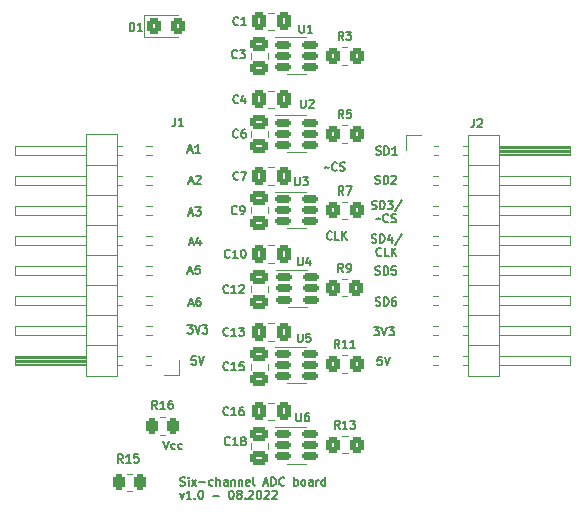
<source format=gto>
G04 #@! TF.GenerationSoftware,KiCad,Pcbnew,(6.0.6)*
G04 #@! TF.CreationDate,2022-08-29T16:00:50+02:00*
G04 #@! TF.ProjectId,adc-board-six-channels,6164632d-626f-4617-9264-2d7369782d63,rev?*
G04 #@! TF.SameCoordinates,Original*
G04 #@! TF.FileFunction,Legend,Top*
G04 #@! TF.FilePolarity,Positive*
%FSLAX46Y46*%
G04 Gerber Fmt 4.6, Leading zero omitted, Abs format (unit mm)*
G04 Created by KiCad (PCBNEW (6.0.6)) date 2022-08-29 16:00:50*
%MOMM*%
%LPD*%
G01*
G04 APERTURE LIST*
G04 Aperture macros list*
%AMRoundRect*
0 Rectangle with rounded corners*
0 $1 Rounding radius*
0 $2 $3 $4 $5 $6 $7 $8 $9 X,Y pos of 4 corners*
0 Add a 4 corners polygon primitive as box body*
4,1,4,$2,$3,$4,$5,$6,$7,$8,$9,$2,$3,0*
0 Add four circle primitives for the rounded corners*
1,1,$1+$1,$2,$3*
1,1,$1+$1,$4,$5*
1,1,$1+$1,$6,$7*
1,1,$1+$1,$8,$9*
0 Add four rect primitives between the rounded corners*
20,1,$1+$1,$2,$3,$4,$5,0*
20,1,$1+$1,$4,$5,$6,$7,0*
20,1,$1+$1,$6,$7,$8,$9,0*
20,1,$1+$1,$8,$9,$2,$3,0*%
G04 Aperture macros list end*
%ADD10C,0.175000*%
%ADD11C,0.150000*%
%ADD12C,0.120000*%
%ADD13RoundRect,0.250000X0.475000X-0.337500X0.475000X0.337500X-0.475000X0.337500X-0.475000X-0.337500X0*%
%ADD14RoundRect,0.250000X0.337500X0.475000X-0.337500X0.475000X-0.337500X-0.475000X0.337500X-0.475000X0*%
%ADD15RoundRect,0.250000X-0.325000X-0.450000X0.325000X-0.450000X0.325000X0.450000X-0.325000X0.450000X0*%
%ADD16RoundRect,0.250000X-0.350000X-0.450000X0.350000X-0.450000X0.350000X0.450000X-0.350000X0.450000X0*%
%ADD17R,1.700000X1.700000*%
%ADD18O,1.700000X1.700000*%
%ADD19RoundRect,0.150000X-0.512500X-0.150000X0.512500X-0.150000X0.512500X0.150000X-0.512500X0.150000X0*%
%ADD20RoundRect,0.250000X0.262500X0.450000X-0.262500X0.450000X-0.262500X-0.450000X0.262500X-0.450000X0*%
%ADD21C,3.200000*%
G04 APERTURE END LIST*
D10*
X84031200Y-31231666D02*
X84364533Y-31231666D01*
X83964533Y-31431666D02*
X84197866Y-30731666D01*
X84431200Y-31431666D01*
X84631200Y-30798333D02*
X84664533Y-30765000D01*
X84731200Y-30731666D01*
X84897866Y-30731666D01*
X84964533Y-30765000D01*
X84997866Y-30798333D01*
X85031200Y-30865000D01*
X85031200Y-30931666D01*
X84997866Y-31031666D01*
X84597866Y-31431666D01*
X85031200Y-31431666D01*
X95551733Y-30047400D02*
X95585066Y-30014066D01*
X95651733Y-29980733D01*
X95785066Y-30047400D01*
X95851733Y-30014066D01*
X95885066Y-29980733D01*
X96551733Y-30247400D02*
X96518400Y-30280733D01*
X96418400Y-30314066D01*
X96351733Y-30314066D01*
X96251733Y-30280733D01*
X96185066Y-30214066D01*
X96151733Y-30147400D01*
X96118400Y-30014066D01*
X96118400Y-29914066D01*
X96151733Y-29780733D01*
X96185066Y-29714066D01*
X96251733Y-29647400D01*
X96351733Y-29614066D01*
X96418400Y-29614066D01*
X96518400Y-29647400D01*
X96551733Y-29680733D01*
X96818400Y-30280733D02*
X96918400Y-30314066D01*
X97085066Y-30314066D01*
X97151733Y-30280733D01*
X97185066Y-30247400D01*
X97218400Y-30180733D01*
X97218400Y-30114066D01*
X97185066Y-30047400D01*
X97151733Y-30014066D01*
X97085066Y-29980733D01*
X96951733Y-29947400D01*
X96885066Y-29914066D01*
X96851733Y-29880733D01*
X96818400Y-29814066D01*
X96818400Y-29747400D01*
X96851733Y-29680733D01*
X96885066Y-29647400D01*
X96951733Y-29614066D01*
X97118400Y-29614066D01*
X97218400Y-29647400D01*
X99486400Y-36372033D02*
X99586400Y-36405366D01*
X99753066Y-36405366D01*
X99819733Y-36372033D01*
X99853066Y-36338700D01*
X99886400Y-36272033D01*
X99886400Y-36205366D01*
X99853066Y-36138700D01*
X99819733Y-36105366D01*
X99753066Y-36072033D01*
X99619733Y-36038700D01*
X99553066Y-36005366D01*
X99519733Y-35972033D01*
X99486400Y-35905366D01*
X99486400Y-35838700D01*
X99519733Y-35772033D01*
X99553066Y-35738700D01*
X99619733Y-35705366D01*
X99786400Y-35705366D01*
X99886400Y-35738700D01*
X100186400Y-36405366D02*
X100186400Y-35705366D01*
X100353066Y-35705366D01*
X100453066Y-35738700D01*
X100519733Y-35805366D01*
X100553066Y-35872033D01*
X100586400Y-36005366D01*
X100586400Y-36105366D01*
X100553066Y-36238700D01*
X100519733Y-36305366D01*
X100453066Y-36372033D01*
X100353066Y-36405366D01*
X100186400Y-36405366D01*
X101186400Y-35938700D02*
X101186400Y-36405366D01*
X101019733Y-35672033D02*
X100853066Y-36172033D01*
X101286400Y-36172033D01*
X102053066Y-35672033D02*
X101453066Y-36572033D01*
X100319733Y-37465700D02*
X100286400Y-37499033D01*
X100186400Y-37532366D01*
X100119733Y-37532366D01*
X100019733Y-37499033D01*
X99953066Y-37432366D01*
X99919733Y-37365700D01*
X99886400Y-37232366D01*
X99886400Y-37132366D01*
X99919733Y-36999033D01*
X99953066Y-36932366D01*
X100019733Y-36865700D01*
X100119733Y-36832366D01*
X100186400Y-36832366D01*
X100286400Y-36865700D01*
X100319733Y-36899033D01*
X100953066Y-37532366D02*
X100619733Y-37532366D01*
X100619733Y-36832366D01*
X101186400Y-37532366D02*
X101186400Y-36832366D01*
X101586400Y-37532366D02*
X101286400Y-37132366D01*
X101586400Y-36832366D02*
X101186400Y-37232366D01*
X84005800Y-33924066D02*
X84339133Y-33924066D01*
X83939133Y-34124066D02*
X84172466Y-33424066D01*
X84405800Y-34124066D01*
X84572466Y-33424066D02*
X85005800Y-33424066D01*
X84772466Y-33690733D01*
X84872466Y-33690733D01*
X84939133Y-33724066D01*
X84972466Y-33757400D01*
X85005800Y-33824066D01*
X85005800Y-33990733D01*
X84972466Y-34057400D01*
X84939133Y-34090733D01*
X84872466Y-34124066D01*
X84672466Y-34124066D01*
X84605800Y-34090733D01*
X84572466Y-34057400D01*
X81869066Y-53185266D02*
X82102400Y-53885266D01*
X82335733Y-53185266D01*
X82869066Y-53851933D02*
X82802400Y-53885266D01*
X82669066Y-53885266D01*
X82602400Y-53851933D01*
X82569066Y-53818600D01*
X82535733Y-53751933D01*
X82535733Y-53551933D01*
X82569066Y-53485266D01*
X82602400Y-53451933D01*
X82669066Y-53418600D01*
X82802400Y-53418600D01*
X82869066Y-53451933D01*
X83469066Y-53851933D02*
X83402400Y-53885266D01*
X83269066Y-53885266D01*
X83202400Y-53851933D01*
X83169066Y-53818600D01*
X83135733Y-53751933D01*
X83135733Y-53551933D01*
X83169066Y-53485266D01*
X83202400Y-53451933D01*
X83269066Y-53418600D01*
X83402400Y-53418600D01*
X83469066Y-53451933D01*
X84601066Y-46047866D02*
X84267733Y-46047866D01*
X84234400Y-46381200D01*
X84267733Y-46347866D01*
X84334400Y-46314533D01*
X84501066Y-46314533D01*
X84567733Y-46347866D01*
X84601066Y-46381200D01*
X84634400Y-46447866D01*
X84634400Y-46614533D01*
X84601066Y-46681200D01*
X84567733Y-46714533D01*
X84501066Y-46747866D01*
X84334400Y-46747866D01*
X84267733Y-46714533D01*
X84234400Y-46681200D01*
X84834400Y-46047866D02*
X85067733Y-46747866D01*
X85301066Y-46047866D01*
D11*
X83288833Y-56946033D02*
X83388833Y-56979366D01*
X83555500Y-56979366D01*
X83622166Y-56946033D01*
X83655500Y-56912700D01*
X83688833Y-56846033D01*
X83688833Y-56779366D01*
X83655500Y-56712700D01*
X83622166Y-56679366D01*
X83555500Y-56646033D01*
X83422166Y-56612700D01*
X83355500Y-56579366D01*
X83322166Y-56546033D01*
X83288833Y-56479366D01*
X83288833Y-56412700D01*
X83322166Y-56346033D01*
X83355500Y-56312700D01*
X83422166Y-56279366D01*
X83588833Y-56279366D01*
X83688833Y-56312700D01*
X83988833Y-56979366D02*
X83988833Y-56512700D01*
X83988833Y-56279366D02*
X83955500Y-56312700D01*
X83988833Y-56346033D01*
X84022166Y-56312700D01*
X83988833Y-56279366D01*
X83988833Y-56346033D01*
X84255500Y-56979366D02*
X84622166Y-56512700D01*
X84255500Y-56512700D02*
X84622166Y-56979366D01*
X84888833Y-56712700D02*
X85422166Y-56712700D01*
X86055500Y-56946033D02*
X85988833Y-56979366D01*
X85855500Y-56979366D01*
X85788833Y-56946033D01*
X85755500Y-56912700D01*
X85722166Y-56846033D01*
X85722166Y-56646033D01*
X85755500Y-56579366D01*
X85788833Y-56546033D01*
X85855500Y-56512700D01*
X85988833Y-56512700D01*
X86055500Y-56546033D01*
X86355500Y-56979366D02*
X86355500Y-56279366D01*
X86655500Y-56979366D02*
X86655500Y-56612700D01*
X86622166Y-56546033D01*
X86555500Y-56512700D01*
X86455500Y-56512700D01*
X86388833Y-56546033D01*
X86355500Y-56579366D01*
X87288833Y-56979366D02*
X87288833Y-56612700D01*
X87255500Y-56546033D01*
X87188833Y-56512700D01*
X87055500Y-56512700D01*
X86988833Y-56546033D01*
X87288833Y-56946033D02*
X87222166Y-56979366D01*
X87055500Y-56979366D01*
X86988833Y-56946033D01*
X86955500Y-56879366D01*
X86955500Y-56812700D01*
X86988833Y-56746033D01*
X87055500Y-56712700D01*
X87222166Y-56712700D01*
X87288833Y-56679366D01*
X87622166Y-56512700D02*
X87622166Y-56979366D01*
X87622166Y-56579366D02*
X87655500Y-56546033D01*
X87722166Y-56512700D01*
X87822166Y-56512700D01*
X87888833Y-56546033D01*
X87922166Y-56612700D01*
X87922166Y-56979366D01*
X88255500Y-56512700D02*
X88255500Y-56979366D01*
X88255500Y-56579366D02*
X88288833Y-56546033D01*
X88355500Y-56512700D01*
X88455500Y-56512700D01*
X88522166Y-56546033D01*
X88555500Y-56612700D01*
X88555500Y-56979366D01*
X89155500Y-56946033D02*
X89088833Y-56979366D01*
X88955500Y-56979366D01*
X88888833Y-56946033D01*
X88855500Y-56879366D01*
X88855500Y-56612700D01*
X88888833Y-56546033D01*
X88955500Y-56512700D01*
X89088833Y-56512700D01*
X89155500Y-56546033D01*
X89188833Y-56612700D01*
X89188833Y-56679366D01*
X88855500Y-56746033D01*
X89588833Y-56979366D02*
X89522166Y-56946033D01*
X89488833Y-56879366D01*
X89488833Y-56279366D01*
X90355500Y-56779366D02*
X90688833Y-56779366D01*
X90288833Y-56979366D02*
X90522166Y-56279366D01*
X90755500Y-56979366D01*
X90988833Y-56979366D02*
X90988833Y-56279366D01*
X91155500Y-56279366D01*
X91255500Y-56312700D01*
X91322166Y-56379366D01*
X91355500Y-56446033D01*
X91388833Y-56579366D01*
X91388833Y-56679366D01*
X91355500Y-56812700D01*
X91322166Y-56879366D01*
X91255500Y-56946033D01*
X91155500Y-56979366D01*
X90988833Y-56979366D01*
X92088833Y-56912700D02*
X92055500Y-56946033D01*
X91955500Y-56979366D01*
X91888833Y-56979366D01*
X91788833Y-56946033D01*
X91722166Y-56879366D01*
X91688833Y-56812700D01*
X91655500Y-56679366D01*
X91655500Y-56579366D01*
X91688833Y-56446033D01*
X91722166Y-56379366D01*
X91788833Y-56312700D01*
X91888833Y-56279366D01*
X91955500Y-56279366D01*
X92055500Y-56312700D01*
X92088833Y-56346033D01*
X92922166Y-56979366D02*
X92922166Y-56279366D01*
X92922166Y-56546033D02*
X92988833Y-56512700D01*
X93122166Y-56512700D01*
X93188833Y-56546033D01*
X93222166Y-56579366D01*
X93255500Y-56646033D01*
X93255500Y-56846033D01*
X93222166Y-56912700D01*
X93188833Y-56946033D01*
X93122166Y-56979366D01*
X92988833Y-56979366D01*
X92922166Y-56946033D01*
X93655500Y-56979366D02*
X93588833Y-56946033D01*
X93555500Y-56912700D01*
X93522166Y-56846033D01*
X93522166Y-56646033D01*
X93555500Y-56579366D01*
X93588833Y-56546033D01*
X93655500Y-56512700D01*
X93755500Y-56512700D01*
X93822166Y-56546033D01*
X93855500Y-56579366D01*
X93888833Y-56646033D01*
X93888833Y-56846033D01*
X93855500Y-56912700D01*
X93822166Y-56946033D01*
X93755500Y-56979366D01*
X93655500Y-56979366D01*
X94488833Y-56979366D02*
X94488833Y-56612700D01*
X94455500Y-56546033D01*
X94388833Y-56512700D01*
X94255500Y-56512700D01*
X94188833Y-56546033D01*
X94488833Y-56946033D02*
X94422166Y-56979366D01*
X94255500Y-56979366D01*
X94188833Y-56946033D01*
X94155500Y-56879366D01*
X94155500Y-56812700D01*
X94188833Y-56746033D01*
X94255500Y-56712700D01*
X94422166Y-56712700D01*
X94488833Y-56679366D01*
X94822166Y-56979366D02*
X94822166Y-56512700D01*
X94822166Y-56646033D02*
X94855500Y-56579366D01*
X94888833Y-56546033D01*
X94955500Y-56512700D01*
X95022166Y-56512700D01*
X95555500Y-56979366D02*
X95555500Y-56279366D01*
X95555500Y-56946033D02*
X95488833Y-56979366D01*
X95355500Y-56979366D01*
X95288833Y-56946033D01*
X95255500Y-56912700D01*
X95222166Y-56846033D01*
X95222166Y-56646033D01*
X95255500Y-56579366D01*
X95288833Y-56546033D01*
X95355500Y-56512700D01*
X95488833Y-56512700D01*
X95555500Y-56546033D01*
X83255500Y-57639700D02*
X83422166Y-58106366D01*
X83588833Y-57639700D01*
X84222166Y-58106366D02*
X83822166Y-58106366D01*
X84022166Y-58106366D02*
X84022166Y-57406366D01*
X83955500Y-57506366D01*
X83888833Y-57573033D01*
X83822166Y-57606366D01*
X84522166Y-58039700D02*
X84555500Y-58073033D01*
X84522166Y-58106366D01*
X84488833Y-58073033D01*
X84522166Y-58039700D01*
X84522166Y-58106366D01*
X84988833Y-57406366D02*
X85055500Y-57406366D01*
X85122166Y-57439700D01*
X85155500Y-57473033D01*
X85188833Y-57539700D01*
X85222166Y-57673033D01*
X85222166Y-57839700D01*
X85188833Y-57973033D01*
X85155500Y-58039700D01*
X85122166Y-58073033D01*
X85055500Y-58106366D01*
X84988833Y-58106366D01*
X84922166Y-58073033D01*
X84888833Y-58039700D01*
X84855500Y-57973033D01*
X84822166Y-57839700D01*
X84822166Y-57673033D01*
X84855500Y-57539700D01*
X84888833Y-57473033D01*
X84922166Y-57439700D01*
X84988833Y-57406366D01*
X86055500Y-57839700D02*
X86588833Y-57839700D01*
X87588833Y-57406366D02*
X87655500Y-57406366D01*
X87722166Y-57439700D01*
X87755500Y-57473033D01*
X87788833Y-57539700D01*
X87822166Y-57673033D01*
X87822166Y-57839700D01*
X87788833Y-57973033D01*
X87755500Y-58039700D01*
X87722166Y-58073033D01*
X87655500Y-58106366D01*
X87588833Y-58106366D01*
X87522166Y-58073033D01*
X87488833Y-58039700D01*
X87455500Y-57973033D01*
X87422166Y-57839700D01*
X87422166Y-57673033D01*
X87455500Y-57539700D01*
X87488833Y-57473033D01*
X87522166Y-57439700D01*
X87588833Y-57406366D01*
X88222166Y-57706366D02*
X88155500Y-57673033D01*
X88122166Y-57639700D01*
X88088833Y-57573033D01*
X88088833Y-57539700D01*
X88122166Y-57473033D01*
X88155500Y-57439700D01*
X88222166Y-57406366D01*
X88355500Y-57406366D01*
X88422166Y-57439700D01*
X88455500Y-57473033D01*
X88488833Y-57539700D01*
X88488833Y-57573033D01*
X88455500Y-57639700D01*
X88422166Y-57673033D01*
X88355500Y-57706366D01*
X88222166Y-57706366D01*
X88155500Y-57739700D01*
X88122166Y-57773033D01*
X88088833Y-57839700D01*
X88088833Y-57973033D01*
X88122166Y-58039700D01*
X88155500Y-58073033D01*
X88222166Y-58106366D01*
X88355500Y-58106366D01*
X88422166Y-58073033D01*
X88455500Y-58039700D01*
X88488833Y-57973033D01*
X88488833Y-57839700D01*
X88455500Y-57773033D01*
X88422166Y-57739700D01*
X88355500Y-57706366D01*
X88788833Y-58039700D02*
X88822166Y-58073033D01*
X88788833Y-58106366D01*
X88755500Y-58073033D01*
X88788833Y-58039700D01*
X88788833Y-58106366D01*
X89088833Y-57473033D02*
X89122166Y-57439700D01*
X89188833Y-57406366D01*
X89355500Y-57406366D01*
X89422166Y-57439700D01*
X89455500Y-57473033D01*
X89488833Y-57539700D01*
X89488833Y-57606366D01*
X89455500Y-57706366D01*
X89055500Y-58106366D01*
X89488833Y-58106366D01*
X89922166Y-57406366D02*
X89988833Y-57406366D01*
X90055500Y-57439700D01*
X90088833Y-57473033D01*
X90122166Y-57539700D01*
X90155500Y-57673033D01*
X90155500Y-57839700D01*
X90122166Y-57973033D01*
X90088833Y-58039700D01*
X90055500Y-58073033D01*
X89988833Y-58106366D01*
X89922166Y-58106366D01*
X89855500Y-58073033D01*
X89822166Y-58039700D01*
X89788833Y-57973033D01*
X89755500Y-57839700D01*
X89755500Y-57673033D01*
X89788833Y-57539700D01*
X89822166Y-57473033D01*
X89855500Y-57439700D01*
X89922166Y-57406366D01*
X90422166Y-57473033D02*
X90455500Y-57439700D01*
X90522166Y-57406366D01*
X90688833Y-57406366D01*
X90755500Y-57439700D01*
X90788833Y-57473033D01*
X90822166Y-57539700D01*
X90822166Y-57606366D01*
X90788833Y-57706366D01*
X90388833Y-58106366D01*
X90822166Y-58106366D01*
X91088833Y-57473033D02*
X91122166Y-57439700D01*
X91188833Y-57406366D01*
X91355500Y-57406366D01*
X91422166Y-57439700D01*
X91455500Y-57473033D01*
X91488833Y-57539700D01*
X91488833Y-57606366D01*
X91455500Y-57706366D01*
X91055500Y-58106366D01*
X91488833Y-58106366D01*
D10*
X83955000Y-38851666D02*
X84288333Y-38851666D01*
X83888333Y-39051666D02*
X84121666Y-38351666D01*
X84355000Y-39051666D01*
X84921666Y-38351666D02*
X84588333Y-38351666D01*
X84555000Y-38685000D01*
X84588333Y-38651666D01*
X84655000Y-38618333D01*
X84821666Y-38618333D01*
X84888333Y-38651666D01*
X84921666Y-38685000D01*
X84955000Y-38751666D01*
X84955000Y-38918333D01*
X84921666Y-38985000D01*
X84888333Y-39018333D01*
X84821666Y-39051666D01*
X84655000Y-39051666D01*
X84588333Y-39018333D01*
X84555000Y-38985000D01*
X83955000Y-28590066D02*
X84288333Y-28590066D01*
X83888333Y-28790066D02*
X84121666Y-28090066D01*
X84355000Y-28790066D01*
X84955000Y-28790066D02*
X84555000Y-28790066D01*
X84755000Y-28790066D02*
X84755000Y-28090066D01*
X84688333Y-28190066D01*
X84621666Y-28256733D01*
X84555000Y-28290066D01*
X96128733Y-36089400D02*
X96095400Y-36122733D01*
X95995400Y-36156066D01*
X95928733Y-36156066D01*
X95828733Y-36122733D01*
X95762066Y-36056066D01*
X95728733Y-35989400D01*
X95695400Y-35856066D01*
X95695400Y-35756066D01*
X95728733Y-35622733D01*
X95762066Y-35556066D01*
X95828733Y-35489400D01*
X95928733Y-35456066D01*
X95995400Y-35456066D01*
X96095400Y-35489400D01*
X96128733Y-35522733D01*
X96762066Y-36156066D02*
X96428733Y-36156066D01*
X96428733Y-35456066D01*
X96995400Y-36156066D02*
X96995400Y-35456066D01*
X97395400Y-36156066D02*
X97095400Y-35756066D01*
X97395400Y-35456066D02*
X96995400Y-35856066D01*
X84031200Y-41569466D02*
X84364533Y-41569466D01*
X83964533Y-41769466D02*
X84197866Y-41069466D01*
X84431200Y-41769466D01*
X84964533Y-41069466D02*
X84831200Y-41069466D01*
X84764533Y-41102800D01*
X84731200Y-41136133D01*
X84664533Y-41236133D01*
X84631200Y-41369466D01*
X84631200Y-41636133D01*
X84664533Y-41702800D01*
X84697866Y-41736133D01*
X84764533Y-41769466D01*
X84897866Y-41769466D01*
X84964533Y-41736133D01*
X84997866Y-41702800D01*
X85031200Y-41636133D01*
X85031200Y-41469466D01*
X84997866Y-41402800D01*
X84964533Y-41369466D01*
X84897866Y-41336133D01*
X84764533Y-41336133D01*
X84697866Y-41369466D01*
X84664533Y-41402800D01*
X84631200Y-41469466D01*
X83893133Y-43406266D02*
X84326466Y-43406266D01*
X84093133Y-43672933D01*
X84193133Y-43672933D01*
X84259800Y-43706266D01*
X84293133Y-43739600D01*
X84326466Y-43806266D01*
X84326466Y-43972933D01*
X84293133Y-44039600D01*
X84259800Y-44072933D01*
X84193133Y-44106266D01*
X83993133Y-44106266D01*
X83926466Y-44072933D01*
X83893133Y-44039600D01*
X84526466Y-43406266D02*
X84759800Y-44106266D01*
X84993133Y-43406266D01*
X85159800Y-43406266D02*
X85593133Y-43406266D01*
X85359800Y-43672933D01*
X85459800Y-43672933D01*
X85526466Y-43706266D01*
X85559800Y-43739600D01*
X85593133Y-43806266D01*
X85593133Y-43972933D01*
X85559800Y-44039600D01*
X85526466Y-44072933D01*
X85459800Y-44106266D01*
X85259800Y-44106266D01*
X85193133Y-44072933D01*
X85159800Y-44039600D01*
X99878466Y-28934533D02*
X99978466Y-28967866D01*
X100145133Y-28967866D01*
X100211800Y-28934533D01*
X100245133Y-28901200D01*
X100278466Y-28834533D01*
X100278466Y-28767866D01*
X100245133Y-28701200D01*
X100211800Y-28667866D01*
X100145133Y-28634533D01*
X100011800Y-28601200D01*
X99945133Y-28567866D01*
X99911800Y-28534533D01*
X99878466Y-28467866D01*
X99878466Y-28401200D01*
X99911800Y-28334533D01*
X99945133Y-28301200D01*
X100011800Y-28267866D01*
X100178466Y-28267866D01*
X100278466Y-28301200D01*
X100578466Y-28967866D02*
X100578466Y-28267866D01*
X100745133Y-28267866D01*
X100845133Y-28301200D01*
X100911800Y-28367866D01*
X100945133Y-28434533D01*
X100978466Y-28567866D01*
X100978466Y-28667866D01*
X100945133Y-28801200D01*
X100911800Y-28867866D01*
X100845133Y-28934533D01*
X100745133Y-28967866D01*
X100578466Y-28967866D01*
X101645133Y-28967866D02*
X101245133Y-28967866D01*
X101445133Y-28967866D02*
X101445133Y-28267866D01*
X101378466Y-28367866D01*
X101311800Y-28434533D01*
X101245133Y-28467866D01*
X99802266Y-31398333D02*
X99902266Y-31431666D01*
X100068933Y-31431666D01*
X100135600Y-31398333D01*
X100168933Y-31365000D01*
X100202266Y-31298333D01*
X100202266Y-31231666D01*
X100168933Y-31165000D01*
X100135600Y-31131666D01*
X100068933Y-31098333D01*
X99935600Y-31065000D01*
X99868933Y-31031666D01*
X99835600Y-30998333D01*
X99802266Y-30931666D01*
X99802266Y-30865000D01*
X99835600Y-30798333D01*
X99868933Y-30765000D01*
X99935600Y-30731666D01*
X100102266Y-30731666D01*
X100202266Y-30765000D01*
X100502266Y-31431666D02*
X100502266Y-30731666D01*
X100668933Y-30731666D01*
X100768933Y-30765000D01*
X100835600Y-30831666D01*
X100868933Y-30898333D01*
X100902266Y-31031666D01*
X100902266Y-31131666D01*
X100868933Y-31265000D01*
X100835600Y-31331666D01*
X100768933Y-31398333D01*
X100668933Y-31431666D01*
X100502266Y-31431666D01*
X101168933Y-30798333D02*
X101202266Y-30765000D01*
X101268933Y-30731666D01*
X101435600Y-30731666D01*
X101502266Y-30765000D01*
X101535600Y-30798333D01*
X101568933Y-30865000D01*
X101568933Y-30931666D01*
X101535600Y-31031666D01*
X101135600Y-31431666D01*
X101568933Y-31431666D01*
X99511800Y-33527233D02*
X99611800Y-33560566D01*
X99778466Y-33560566D01*
X99845133Y-33527233D01*
X99878466Y-33493900D01*
X99911800Y-33427233D01*
X99911800Y-33360566D01*
X99878466Y-33293900D01*
X99845133Y-33260566D01*
X99778466Y-33227233D01*
X99645133Y-33193900D01*
X99578466Y-33160566D01*
X99545133Y-33127233D01*
X99511800Y-33060566D01*
X99511800Y-32993900D01*
X99545133Y-32927233D01*
X99578466Y-32893900D01*
X99645133Y-32860566D01*
X99811800Y-32860566D01*
X99911800Y-32893900D01*
X100211800Y-33560566D02*
X100211800Y-32860566D01*
X100378466Y-32860566D01*
X100478466Y-32893900D01*
X100545133Y-32960566D01*
X100578466Y-33027233D01*
X100611800Y-33160566D01*
X100611800Y-33260566D01*
X100578466Y-33393900D01*
X100545133Y-33460566D01*
X100478466Y-33527233D01*
X100378466Y-33560566D01*
X100211800Y-33560566D01*
X100845133Y-32860566D02*
X101278466Y-32860566D01*
X101045133Y-33127233D01*
X101145133Y-33127233D01*
X101211800Y-33160566D01*
X101245133Y-33193900D01*
X101278466Y-33260566D01*
X101278466Y-33427233D01*
X101245133Y-33493900D01*
X101211800Y-33527233D01*
X101145133Y-33560566D01*
X100945133Y-33560566D01*
X100878466Y-33527233D01*
X100845133Y-33493900D01*
X102078466Y-32827233D02*
X101478466Y-33727233D01*
X99895133Y-34420900D02*
X99928466Y-34387566D01*
X99995133Y-34354233D01*
X100128466Y-34420900D01*
X100195133Y-34387566D01*
X100228466Y-34354233D01*
X100895133Y-34620900D02*
X100861800Y-34654233D01*
X100761800Y-34687566D01*
X100695133Y-34687566D01*
X100595133Y-34654233D01*
X100528466Y-34587566D01*
X100495133Y-34520900D01*
X100461800Y-34387566D01*
X100461800Y-34287566D01*
X100495133Y-34154233D01*
X100528466Y-34087566D01*
X100595133Y-34020900D01*
X100695133Y-33987566D01*
X100761800Y-33987566D01*
X100861800Y-34020900D01*
X100895133Y-34054233D01*
X101161800Y-34654233D02*
X101261800Y-34687566D01*
X101428466Y-34687566D01*
X101495133Y-34654233D01*
X101528466Y-34620900D01*
X101561800Y-34554233D01*
X101561800Y-34487566D01*
X101528466Y-34420900D01*
X101495133Y-34387566D01*
X101428466Y-34354233D01*
X101295133Y-34320900D01*
X101228466Y-34287566D01*
X101195133Y-34254233D01*
X101161800Y-34187566D01*
X101161800Y-34120900D01*
X101195133Y-34054233D01*
X101228466Y-34020900D01*
X101295133Y-33987566D01*
X101461800Y-33987566D01*
X101561800Y-34020900D01*
X100349066Y-46073266D02*
X100015733Y-46073266D01*
X99982400Y-46406600D01*
X100015733Y-46373266D01*
X100082400Y-46339933D01*
X100249066Y-46339933D01*
X100315733Y-46373266D01*
X100349066Y-46406600D01*
X100382400Y-46473266D01*
X100382400Y-46639933D01*
X100349066Y-46706600D01*
X100315733Y-46739933D01*
X100249066Y-46773266D01*
X100082400Y-46773266D01*
X100015733Y-46739933D01*
X99982400Y-46706600D01*
X100582400Y-46073266D02*
X100815733Y-46773266D01*
X101049066Y-46073266D01*
X99691933Y-43558666D02*
X100125266Y-43558666D01*
X99891933Y-43825333D01*
X99991933Y-43825333D01*
X100058600Y-43858666D01*
X100091933Y-43892000D01*
X100125266Y-43958666D01*
X100125266Y-44125333D01*
X100091933Y-44192000D01*
X100058600Y-44225333D01*
X99991933Y-44258666D01*
X99791933Y-44258666D01*
X99725266Y-44225333D01*
X99691933Y-44192000D01*
X100325266Y-43558666D02*
X100558600Y-44258666D01*
X100791933Y-43558666D01*
X100958600Y-43558666D02*
X101391933Y-43558666D01*
X101158600Y-43825333D01*
X101258600Y-43825333D01*
X101325266Y-43858666D01*
X101358600Y-43892000D01*
X101391933Y-43958666D01*
X101391933Y-44125333D01*
X101358600Y-44192000D01*
X101325266Y-44225333D01*
X101258600Y-44258666D01*
X101058600Y-44258666D01*
X100991933Y-44225333D01*
X100958600Y-44192000D01*
X99802266Y-39094533D02*
X99902266Y-39127866D01*
X100068933Y-39127866D01*
X100135600Y-39094533D01*
X100168933Y-39061200D01*
X100202266Y-38994533D01*
X100202266Y-38927866D01*
X100168933Y-38861200D01*
X100135600Y-38827866D01*
X100068933Y-38794533D01*
X99935600Y-38761200D01*
X99868933Y-38727866D01*
X99835600Y-38694533D01*
X99802266Y-38627866D01*
X99802266Y-38561200D01*
X99835600Y-38494533D01*
X99868933Y-38461200D01*
X99935600Y-38427866D01*
X100102266Y-38427866D01*
X100202266Y-38461200D01*
X100502266Y-39127866D02*
X100502266Y-38427866D01*
X100668933Y-38427866D01*
X100768933Y-38461200D01*
X100835600Y-38527866D01*
X100868933Y-38594533D01*
X100902266Y-38727866D01*
X100902266Y-38827866D01*
X100868933Y-38961200D01*
X100835600Y-39027866D01*
X100768933Y-39094533D01*
X100668933Y-39127866D01*
X100502266Y-39127866D01*
X101535600Y-38427866D02*
X101202266Y-38427866D01*
X101168933Y-38761200D01*
X101202266Y-38727866D01*
X101268933Y-38694533D01*
X101435600Y-38694533D01*
X101502266Y-38727866D01*
X101535600Y-38761200D01*
X101568933Y-38827866D01*
X101568933Y-38994533D01*
X101535600Y-39061200D01*
X101502266Y-39094533D01*
X101435600Y-39127866D01*
X101268933Y-39127866D01*
X101202266Y-39094533D01*
X101168933Y-39061200D01*
X84056600Y-36438666D02*
X84389933Y-36438666D01*
X83989933Y-36638666D02*
X84223266Y-35938666D01*
X84456600Y-36638666D01*
X84989933Y-36172000D02*
X84989933Y-36638666D01*
X84823266Y-35905333D02*
X84656600Y-36405333D01*
X85089933Y-36405333D01*
X99827666Y-41710733D02*
X99927666Y-41744066D01*
X100094333Y-41744066D01*
X100161000Y-41710733D01*
X100194333Y-41677400D01*
X100227666Y-41610733D01*
X100227666Y-41544066D01*
X100194333Y-41477400D01*
X100161000Y-41444066D01*
X100094333Y-41410733D01*
X99961000Y-41377400D01*
X99894333Y-41344066D01*
X99861000Y-41310733D01*
X99827666Y-41244066D01*
X99827666Y-41177400D01*
X99861000Y-41110733D01*
X99894333Y-41077400D01*
X99961000Y-41044066D01*
X100127666Y-41044066D01*
X100227666Y-41077400D01*
X100527666Y-41744066D02*
X100527666Y-41044066D01*
X100694333Y-41044066D01*
X100794333Y-41077400D01*
X100861000Y-41144066D01*
X100894333Y-41210733D01*
X100927666Y-41344066D01*
X100927666Y-41444066D01*
X100894333Y-41577400D01*
X100861000Y-41644066D01*
X100794333Y-41710733D01*
X100694333Y-41744066D01*
X100527666Y-41744066D01*
X101527666Y-41044066D02*
X101394333Y-41044066D01*
X101327666Y-41077400D01*
X101294333Y-41110733D01*
X101227666Y-41210733D01*
X101194333Y-41344066D01*
X101194333Y-41610733D01*
X101227666Y-41677400D01*
X101261000Y-41710733D01*
X101327666Y-41744066D01*
X101461000Y-41744066D01*
X101527666Y-41710733D01*
X101561000Y-41677400D01*
X101594333Y-41610733D01*
X101594333Y-41444066D01*
X101561000Y-41377400D01*
X101527666Y-41344066D01*
X101461000Y-41310733D01*
X101327666Y-41310733D01*
X101261000Y-41344066D01*
X101227666Y-41377400D01*
X101194333Y-41444066D01*
D11*
X87355950Y-47153400D02*
X87322616Y-47186733D01*
X87222616Y-47220066D01*
X87155950Y-47220066D01*
X87055950Y-47186733D01*
X86989283Y-47120066D01*
X86955950Y-47053400D01*
X86922616Y-46920066D01*
X86922616Y-46820066D01*
X86955950Y-46686733D01*
X86989283Y-46620066D01*
X87055950Y-46553400D01*
X87155950Y-46520066D01*
X87222616Y-46520066D01*
X87322616Y-46553400D01*
X87355950Y-46586733D01*
X88022616Y-47220066D02*
X87622616Y-47220066D01*
X87822616Y-47220066D02*
X87822616Y-46520066D01*
X87755950Y-46620066D01*
X87689283Y-46686733D01*
X87622616Y-46720066D01*
X88655950Y-46520066D02*
X88322616Y-46520066D01*
X88289283Y-46853400D01*
X88322616Y-46820066D01*
X88389283Y-46786733D01*
X88555950Y-46786733D01*
X88622616Y-46820066D01*
X88655950Y-46853400D01*
X88689283Y-46920066D01*
X88689283Y-47086733D01*
X88655950Y-47153400D01*
X88622616Y-47186733D01*
X88555950Y-47220066D01*
X88389283Y-47220066D01*
X88322616Y-47186733D01*
X88289283Y-47153400D01*
X88197283Y-31024400D02*
X88163950Y-31057733D01*
X88063950Y-31091066D01*
X87997283Y-31091066D01*
X87897283Y-31057733D01*
X87830616Y-30991066D01*
X87797283Y-30924400D01*
X87763950Y-30791066D01*
X87763950Y-30691066D01*
X87797283Y-30557733D01*
X87830616Y-30491066D01*
X87897283Y-30424400D01*
X87997283Y-30391066D01*
X88063950Y-30391066D01*
X88163950Y-30424400D01*
X88197283Y-30457733D01*
X88430616Y-30391066D02*
X88897283Y-30391066D01*
X88597283Y-31091066D01*
X79006983Y-18492666D02*
X79006983Y-17792666D01*
X79173650Y-17792666D01*
X79273650Y-17826000D01*
X79340316Y-17892666D01*
X79373650Y-17959333D01*
X79406983Y-18092666D01*
X79406983Y-18192666D01*
X79373650Y-18326000D01*
X79340316Y-18392666D01*
X79273650Y-18459333D01*
X79173650Y-18492666D01*
X79006983Y-18492666D01*
X80073650Y-18492666D02*
X79673650Y-18492666D01*
X79873650Y-18492666D02*
X79873650Y-17792666D01*
X79806983Y-17892666D01*
X79740316Y-17959333D01*
X79673650Y-17992666D01*
X87482950Y-37628400D02*
X87449616Y-37661733D01*
X87349616Y-37695066D01*
X87282950Y-37695066D01*
X87182950Y-37661733D01*
X87116283Y-37595066D01*
X87082950Y-37528400D01*
X87049616Y-37395066D01*
X87049616Y-37295066D01*
X87082950Y-37161733D01*
X87116283Y-37095066D01*
X87182950Y-37028400D01*
X87282950Y-36995066D01*
X87349616Y-36995066D01*
X87449616Y-37028400D01*
X87482950Y-37061733D01*
X88149616Y-37695066D02*
X87749616Y-37695066D01*
X87949616Y-37695066D02*
X87949616Y-36995066D01*
X87882950Y-37095066D01*
X87816283Y-37161733D01*
X87749616Y-37195066D01*
X88582950Y-36995066D02*
X88649616Y-36995066D01*
X88716283Y-37028400D01*
X88749616Y-37061733D01*
X88782950Y-37128400D01*
X88816283Y-37261733D01*
X88816283Y-37428400D01*
X88782950Y-37561733D01*
X88749616Y-37628400D01*
X88716283Y-37661733D01*
X88649616Y-37695066D01*
X88582950Y-37695066D01*
X88516283Y-37661733D01*
X88482950Y-37628400D01*
X88449616Y-37561733D01*
X88416283Y-37428400D01*
X88416283Y-37261733D01*
X88449616Y-37128400D01*
X88482950Y-37061733D01*
X88516283Y-37028400D01*
X88582950Y-36995066D01*
X96772950Y-52173666D02*
X96539616Y-51840333D01*
X96372950Y-52173666D02*
X96372950Y-51473666D01*
X96639616Y-51473666D01*
X96706283Y-51507000D01*
X96739616Y-51540333D01*
X96772950Y-51607000D01*
X96772950Y-51707000D01*
X96739616Y-51773666D01*
X96706283Y-51807000D01*
X96639616Y-51840333D01*
X96372950Y-51840333D01*
X97439616Y-52173666D02*
X97039616Y-52173666D01*
X97239616Y-52173666D02*
X97239616Y-51473666D01*
X97172950Y-51573666D01*
X97106283Y-51640333D01*
X97039616Y-51673666D01*
X97672950Y-51473666D02*
X98106283Y-51473666D01*
X97872950Y-51740333D01*
X97972950Y-51740333D01*
X98039616Y-51773666D01*
X98072950Y-51807000D01*
X98106283Y-51873666D01*
X98106283Y-52040333D01*
X98072950Y-52107000D01*
X98039616Y-52140333D01*
X97972950Y-52173666D01*
X97772950Y-52173666D01*
X97706283Y-52140333D01*
X97672950Y-52107000D01*
X82850066Y-25829466D02*
X82850066Y-26329466D01*
X82816733Y-26429466D01*
X82750066Y-26496133D01*
X82650066Y-26529466D01*
X82583400Y-26529466D01*
X83550066Y-26529466D02*
X83150066Y-26529466D01*
X83350066Y-26529466D02*
X83350066Y-25829466D01*
X83283400Y-25929466D01*
X83216733Y-25996133D01*
X83150066Y-26029466D01*
X96765950Y-45352166D02*
X96532616Y-45018833D01*
X96365950Y-45352166D02*
X96365950Y-44652166D01*
X96632616Y-44652166D01*
X96699283Y-44685500D01*
X96732616Y-44718833D01*
X96765950Y-44785500D01*
X96765950Y-44885500D01*
X96732616Y-44952166D01*
X96699283Y-44985500D01*
X96632616Y-45018833D01*
X96365950Y-45018833D01*
X97432616Y-45352166D02*
X97032616Y-45352166D01*
X97232616Y-45352166D02*
X97232616Y-44652166D01*
X97165950Y-44752166D01*
X97099283Y-44818833D01*
X97032616Y-44852166D01*
X98099283Y-45352166D02*
X97699283Y-45352166D01*
X97899283Y-45352166D02*
X97899283Y-44652166D01*
X97832616Y-44752166D01*
X97765950Y-44818833D01*
X97699283Y-44852166D01*
X93368616Y-17945066D02*
X93368616Y-18511733D01*
X93401950Y-18578400D01*
X93435283Y-18611733D01*
X93501950Y-18645066D01*
X93635283Y-18645066D01*
X93701950Y-18611733D01*
X93735283Y-18578400D01*
X93768616Y-18511733D01*
X93768616Y-17945066D01*
X94468616Y-18645066D02*
X94068616Y-18645066D01*
X94268616Y-18645066D02*
X94268616Y-17945066D01*
X94201950Y-18045066D01*
X94135283Y-18111733D01*
X94068616Y-18145066D01*
X93114616Y-50838066D02*
X93114616Y-51404733D01*
X93147950Y-51471400D01*
X93181283Y-51504733D01*
X93247950Y-51538066D01*
X93381283Y-51538066D01*
X93447950Y-51504733D01*
X93481283Y-51471400D01*
X93514616Y-51404733D01*
X93514616Y-50838066D01*
X94147950Y-50838066D02*
X94014616Y-50838066D01*
X93947950Y-50871400D01*
X93914616Y-50904733D01*
X93847950Y-51004733D01*
X93814616Y-51138066D01*
X93814616Y-51404733D01*
X93847950Y-51471400D01*
X93881283Y-51504733D01*
X93947950Y-51538066D01*
X94081283Y-51538066D01*
X94147950Y-51504733D01*
X94181283Y-51471400D01*
X94214616Y-51404733D01*
X94214616Y-51238066D01*
X94181283Y-51171400D01*
X94147950Y-51138066D01*
X94081283Y-51104733D01*
X93947950Y-51104733D01*
X93881283Y-51138066D01*
X93847950Y-51171400D01*
X93814616Y-51238066D01*
X93241616Y-37630066D02*
X93241616Y-38196733D01*
X93274950Y-38263400D01*
X93308283Y-38296733D01*
X93374950Y-38330066D01*
X93508283Y-38330066D01*
X93574950Y-38296733D01*
X93608283Y-38263400D01*
X93641616Y-38196733D01*
X93641616Y-37630066D01*
X94274950Y-37863400D02*
X94274950Y-38330066D01*
X94108283Y-37596733D02*
X93941616Y-38096733D01*
X94374950Y-38096733D01*
X88089283Y-20737400D02*
X88055950Y-20770733D01*
X87955950Y-20804066D01*
X87889283Y-20804066D01*
X87789283Y-20770733D01*
X87722616Y-20704066D01*
X87689283Y-20637400D01*
X87655950Y-20504066D01*
X87655950Y-20404066D01*
X87689283Y-20270733D01*
X87722616Y-20204066D01*
X87789283Y-20137400D01*
X87889283Y-20104066D01*
X87955950Y-20104066D01*
X88055950Y-20137400D01*
X88089283Y-20170733D01*
X88322616Y-20104066D02*
X88755950Y-20104066D01*
X88522616Y-20370733D01*
X88622616Y-20370733D01*
X88689283Y-20404066D01*
X88722616Y-20437400D01*
X88755950Y-20504066D01*
X88755950Y-20670733D01*
X88722616Y-20737400D01*
X88689283Y-20770733D01*
X88622616Y-20804066D01*
X88422616Y-20804066D01*
X88355950Y-20770733D01*
X88322616Y-20737400D01*
X88197283Y-17943400D02*
X88163950Y-17976733D01*
X88063950Y-18010066D01*
X87997283Y-18010066D01*
X87897283Y-17976733D01*
X87830616Y-17910066D01*
X87797283Y-17843400D01*
X87763950Y-17710066D01*
X87763950Y-17610066D01*
X87797283Y-17476733D01*
X87830616Y-17410066D01*
X87897283Y-17343400D01*
X87997283Y-17310066D01*
X88063950Y-17310066D01*
X88163950Y-17343400D01*
X88197283Y-17376733D01*
X88863950Y-18010066D02*
X88463950Y-18010066D01*
X88663950Y-18010066D02*
X88663950Y-17310066D01*
X88597283Y-17410066D01*
X88530616Y-17476733D01*
X88463950Y-17510066D01*
X87355950Y-40607000D02*
X87322616Y-40640333D01*
X87222616Y-40673666D01*
X87155950Y-40673666D01*
X87055950Y-40640333D01*
X86989283Y-40573666D01*
X86955950Y-40507000D01*
X86922616Y-40373666D01*
X86922616Y-40273666D01*
X86955950Y-40140333D01*
X86989283Y-40073666D01*
X87055950Y-40007000D01*
X87155950Y-39973666D01*
X87222616Y-39973666D01*
X87322616Y-40007000D01*
X87355950Y-40040333D01*
X88022616Y-40673666D02*
X87622616Y-40673666D01*
X87822616Y-40673666D02*
X87822616Y-39973666D01*
X87755950Y-40073666D01*
X87689283Y-40140333D01*
X87622616Y-40173666D01*
X88289283Y-40040333D02*
X88322616Y-40007000D01*
X88389283Y-39973666D01*
X88555950Y-39973666D01*
X88622616Y-40007000D01*
X88655950Y-40040333D01*
X88689283Y-40107000D01*
X88689283Y-40173666D01*
X88655950Y-40273666D01*
X88255950Y-40673666D01*
X88689283Y-40673666D01*
X87355950Y-44232400D02*
X87322616Y-44265733D01*
X87222616Y-44299066D01*
X87155950Y-44299066D01*
X87055950Y-44265733D01*
X86989283Y-44199066D01*
X86955950Y-44132400D01*
X86922616Y-43999066D01*
X86922616Y-43899066D01*
X86955950Y-43765733D01*
X86989283Y-43699066D01*
X87055950Y-43632400D01*
X87155950Y-43599066D01*
X87222616Y-43599066D01*
X87322616Y-43632400D01*
X87355950Y-43665733D01*
X88022616Y-44299066D02*
X87622616Y-44299066D01*
X87822616Y-44299066D02*
X87822616Y-43599066D01*
X87755950Y-43699066D01*
X87689283Y-43765733D01*
X87622616Y-43799066D01*
X88255950Y-43599066D02*
X88689283Y-43599066D01*
X88455950Y-43865733D01*
X88555950Y-43865733D01*
X88622616Y-43899066D01*
X88655950Y-43932400D01*
X88689283Y-43999066D01*
X88689283Y-44165733D01*
X88655950Y-44232400D01*
X88622616Y-44265733D01*
X88555950Y-44299066D01*
X88355950Y-44299066D01*
X88289283Y-44265733D01*
X88255950Y-44232400D01*
X97099283Y-19264666D02*
X96865950Y-18931333D01*
X96699283Y-19264666D02*
X96699283Y-18564666D01*
X96965950Y-18564666D01*
X97032616Y-18598000D01*
X97065950Y-18631333D01*
X97099283Y-18698000D01*
X97099283Y-18798000D01*
X97065950Y-18864666D01*
X97032616Y-18898000D01*
X96965950Y-18931333D01*
X96699283Y-18931333D01*
X97332616Y-18564666D02*
X97765950Y-18564666D01*
X97532616Y-18831333D01*
X97632616Y-18831333D01*
X97699283Y-18864666D01*
X97732616Y-18898000D01*
X97765950Y-18964666D01*
X97765950Y-19131333D01*
X97732616Y-19198000D01*
X97699283Y-19231333D01*
X97632616Y-19264666D01*
X97432616Y-19264666D01*
X97365950Y-19231333D01*
X97332616Y-19198000D01*
X97099283Y-25868666D02*
X96865950Y-25535333D01*
X96699283Y-25868666D02*
X96699283Y-25168666D01*
X96965950Y-25168666D01*
X97032616Y-25202000D01*
X97065950Y-25235333D01*
X97099283Y-25302000D01*
X97099283Y-25402000D01*
X97065950Y-25468666D01*
X97032616Y-25502000D01*
X96965950Y-25535333D01*
X96699283Y-25535333D01*
X97732616Y-25168666D02*
X97399283Y-25168666D01*
X97365950Y-25502000D01*
X97399283Y-25468666D01*
X97465950Y-25435333D01*
X97632616Y-25435333D01*
X97699283Y-25468666D01*
X97732616Y-25502000D01*
X97765950Y-25568666D01*
X97765950Y-25735333D01*
X97732616Y-25802000D01*
X97699283Y-25835333D01*
X97632616Y-25868666D01*
X97465950Y-25868666D01*
X97399283Y-25835333D01*
X97365950Y-25802000D01*
X78442400Y-55028266D02*
X78209066Y-54694933D01*
X78042400Y-55028266D02*
X78042400Y-54328266D01*
X78309066Y-54328266D01*
X78375733Y-54361600D01*
X78409066Y-54394933D01*
X78442400Y-54461600D01*
X78442400Y-54561600D01*
X78409066Y-54628266D01*
X78375733Y-54661600D01*
X78309066Y-54694933D01*
X78042400Y-54694933D01*
X79109066Y-55028266D02*
X78709066Y-55028266D01*
X78909066Y-55028266D02*
X78909066Y-54328266D01*
X78842400Y-54428266D01*
X78775733Y-54494933D01*
X78709066Y-54528266D01*
X79742400Y-54328266D02*
X79409066Y-54328266D01*
X79375733Y-54661600D01*
X79409066Y-54628266D01*
X79475733Y-54594933D01*
X79642400Y-54594933D01*
X79709066Y-54628266D01*
X79742400Y-54661600D01*
X79775733Y-54728266D01*
X79775733Y-54894933D01*
X79742400Y-54961600D01*
X79709066Y-54994933D01*
X79642400Y-55028266D01*
X79475733Y-55028266D01*
X79409066Y-54994933D01*
X79375733Y-54961600D01*
X92987616Y-30864666D02*
X92987616Y-31431333D01*
X93020950Y-31498000D01*
X93054283Y-31531333D01*
X93120950Y-31564666D01*
X93254283Y-31564666D01*
X93320950Y-31531333D01*
X93354283Y-31498000D01*
X93387616Y-31431333D01*
X93387616Y-30864666D01*
X93654283Y-30864666D02*
X94087616Y-30864666D01*
X93854283Y-31131333D01*
X93954283Y-31131333D01*
X94020950Y-31164666D01*
X94054283Y-31198000D01*
X94087616Y-31264666D01*
X94087616Y-31431333D01*
X94054283Y-31498000D01*
X94020950Y-31531333D01*
X93954283Y-31564666D01*
X93754283Y-31564666D01*
X93687616Y-31531333D01*
X93654283Y-31498000D01*
X93241616Y-44107066D02*
X93241616Y-44673733D01*
X93274950Y-44740400D01*
X93308283Y-44773733D01*
X93374950Y-44807066D01*
X93508283Y-44807066D01*
X93574950Y-44773733D01*
X93608283Y-44740400D01*
X93641616Y-44673733D01*
X93641616Y-44107066D01*
X94308283Y-44107066D02*
X93974950Y-44107066D01*
X93941616Y-44440400D01*
X93974950Y-44407066D01*
X94041616Y-44373733D01*
X94208283Y-44373733D01*
X94274950Y-44407066D01*
X94308283Y-44440400D01*
X94341616Y-44507066D01*
X94341616Y-44673733D01*
X94308283Y-44740400D01*
X94274950Y-44773733D01*
X94208283Y-44807066D01*
X94041616Y-44807066D01*
X93974950Y-44773733D01*
X93941616Y-44740400D01*
X88197283Y-24547400D02*
X88163950Y-24580733D01*
X88063950Y-24614066D01*
X87997283Y-24614066D01*
X87897283Y-24580733D01*
X87830616Y-24514066D01*
X87797283Y-24447400D01*
X87763950Y-24314066D01*
X87763950Y-24214066D01*
X87797283Y-24080733D01*
X87830616Y-24014066D01*
X87897283Y-23947400D01*
X87997283Y-23914066D01*
X88063950Y-23914066D01*
X88163950Y-23947400D01*
X88197283Y-23980733D01*
X88797283Y-24147400D02*
X88797283Y-24614066D01*
X88630616Y-23880733D02*
X88463950Y-24380733D01*
X88897283Y-24380733D01*
X87355950Y-50963400D02*
X87322616Y-50996733D01*
X87222616Y-51030066D01*
X87155950Y-51030066D01*
X87055950Y-50996733D01*
X86989283Y-50930066D01*
X86955950Y-50863400D01*
X86922616Y-50730066D01*
X86922616Y-50630066D01*
X86955950Y-50496733D01*
X86989283Y-50430066D01*
X87055950Y-50363400D01*
X87155950Y-50330066D01*
X87222616Y-50330066D01*
X87322616Y-50363400D01*
X87355950Y-50396733D01*
X88022616Y-51030066D02*
X87622616Y-51030066D01*
X87822616Y-51030066D02*
X87822616Y-50330066D01*
X87755950Y-50430066D01*
X87689283Y-50496733D01*
X87622616Y-50530066D01*
X88622616Y-50330066D02*
X88489283Y-50330066D01*
X88422616Y-50363400D01*
X88389283Y-50396733D01*
X88322616Y-50496733D01*
X88289283Y-50630066D01*
X88289283Y-50896733D01*
X88322616Y-50963400D01*
X88355950Y-50996733D01*
X88422616Y-51030066D01*
X88555950Y-51030066D01*
X88622616Y-50996733D01*
X88655950Y-50963400D01*
X88689283Y-50896733D01*
X88689283Y-50730066D01*
X88655950Y-50663400D01*
X88622616Y-50630066D01*
X88555950Y-50596733D01*
X88422616Y-50596733D01*
X88355950Y-50630066D01*
X88322616Y-50663400D01*
X88289283Y-50730066D01*
X97099283Y-32345666D02*
X96865950Y-32012333D01*
X96699283Y-32345666D02*
X96699283Y-31645666D01*
X96965950Y-31645666D01*
X97032616Y-31679000D01*
X97065950Y-31712333D01*
X97099283Y-31779000D01*
X97099283Y-31879000D01*
X97065950Y-31945666D01*
X97032616Y-31979000D01*
X96965950Y-32012333D01*
X96699283Y-32012333D01*
X97332616Y-31645666D02*
X97799283Y-31645666D01*
X97499283Y-32345666D01*
X87482950Y-53503400D02*
X87449616Y-53536733D01*
X87349616Y-53570066D01*
X87282950Y-53570066D01*
X87182950Y-53536733D01*
X87116283Y-53470066D01*
X87082950Y-53403400D01*
X87049616Y-53270066D01*
X87049616Y-53170066D01*
X87082950Y-53036733D01*
X87116283Y-52970066D01*
X87182950Y-52903400D01*
X87282950Y-52870066D01*
X87349616Y-52870066D01*
X87449616Y-52903400D01*
X87482950Y-52936733D01*
X88149616Y-53570066D02*
X87749616Y-53570066D01*
X87949616Y-53570066D02*
X87949616Y-52870066D01*
X87882950Y-52970066D01*
X87816283Y-53036733D01*
X87749616Y-53070066D01*
X88549616Y-53170066D02*
X88482950Y-53136733D01*
X88449616Y-53103400D01*
X88416283Y-53036733D01*
X88416283Y-53003400D01*
X88449616Y-52936733D01*
X88482950Y-52903400D01*
X88549616Y-52870066D01*
X88682950Y-52870066D01*
X88749616Y-52903400D01*
X88782950Y-52936733D01*
X88816283Y-53003400D01*
X88816283Y-53036733D01*
X88782950Y-53103400D01*
X88749616Y-53136733D01*
X88682950Y-53170066D01*
X88549616Y-53170066D01*
X88482950Y-53203400D01*
X88449616Y-53236733D01*
X88416283Y-53303400D01*
X88416283Y-53436733D01*
X88449616Y-53503400D01*
X88482950Y-53536733D01*
X88549616Y-53570066D01*
X88682950Y-53570066D01*
X88749616Y-53536733D01*
X88782950Y-53503400D01*
X88816283Y-53436733D01*
X88816283Y-53303400D01*
X88782950Y-53236733D01*
X88749616Y-53203400D01*
X88682950Y-53170066D01*
X97083283Y-38896666D02*
X96849950Y-38563333D01*
X96683283Y-38896666D02*
X96683283Y-38196666D01*
X96949950Y-38196666D01*
X97016616Y-38230000D01*
X97049950Y-38263333D01*
X97083283Y-38330000D01*
X97083283Y-38430000D01*
X97049950Y-38496666D01*
X97016616Y-38530000D01*
X96949950Y-38563333D01*
X96683283Y-38563333D01*
X97416616Y-38896666D02*
X97549950Y-38896666D01*
X97616616Y-38863333D01*
X97649950Y-38830000D01*
X97716616Y-38730000D01*
X97749950Y-38596666D01*
X97749950Y-38330000D01*
X97716616Y-38263333D01*
X97683283Y-38230000D01*
X97616616Y-38196666D01*
X97483283Y-38196666D01*
X97416616Y-38230000D01*
X97383283Y-38263333D01*
X97349950Y-38330000D01*
X97349950Y-38496666D01*
X97383283Y-38563333D01*
X97416616Y-38596666D01*
X97483283Y-38630000D01*
X97616616Y-38630000D01*
X97683283Y-38596666D01*
X97716616Y-38563333D01*
X97749950Y-38496666D01*
X93495616Y-24295066D02*
X93495616Y-24861733D01*
X93528950Y-24928400D01*
X93562283Y-24961733D01*
X93628950Y-24995066D01*
X93762283Y-24995066D01*
X93828950Y-24961733D01*
X93862283Y-24928400D01*
X93895616Y-24861733D01*
X93895616Y-24295066D01*
X94195616Y-24361733D02*
X94228950Y-24328400D01*
X94295616Y-24295066D01*
X94462283Y-24295066D01*
X94528950Y-24328400D01*
X94562283Y-24361733D01*
X94595616Y-24428400D01*
X94595616Y-24495066D01*
X94562283Y-24595066D01*
X94162283Y-24995066D01*
X94595616Y-24995066D01*
X108146616Y-25946066D02*
X108146616Y-26446066D01*
X108113283Y-26546066D01*
X108046616Y-26612733D01*
X107946616Y-26646066D01*
X107879950Y-26646066D01*
X108446616Y-26012733D02*
X108479950Y-25979400D01*
X108546616Y-25946066D01*
X108713283Y-25946066D01*
X108779950Y-25979400D01*
X108813283Y-26012733D01*
X108846616Y-26079400D01*
X108846616Y-26146066D01*
X108813283Y-26246066D01*
X108413283Y-26646066D01*
X108846616Y-26646066D01*
X88070283Y-33945400D02*
X88036950Y-33978733D01*
X87936950Y-34012066D01*
X87870283Y-34012066D01*
X87770283Y-33978733D01*
X87703616Y-33912066D01*
X87670283Y-33845400D01*
X87636950Y-33712066D01*
X87636950Y-33612066D01*
X87670283Y-33478733D01*
X87703616Y-33412066D01*
X87770283Y-33345400D01*
X87870283Y-33312066D01*
X87936950Y-33312066D01*
X88036950Y-33345400D01*
X88070283Y-33378733D01*
X88403616Y-34012066D02*
X88536950Y-34012066D01*
X88603616Y-33978733D01*
X88636950Y-33945400D01*
X88703616Y-33845400D01*
X88736950Y-33712066D01*
X88736950Y-33445400D01*
X88703616Y-33378733D01*
X88670283Y-33345400D01*
X88603616Y-33312066D01*
X88470283Y-33312066D01*
X88403616Y-33345400D01*
X88370283Y-33378733D01*
X88336950Y-33445400D01*
X88336950Y-33612066D01*
X88370283Y-33678733D01*
X88403616Y-33712066D01*
X88470283Y-33745400D01*
X88603616Y-33745400D01*
X88670283Y-33712066D01*
X88703616Y-33678733D01*
X88736950Y-33612066D01*
X81338000Y-50481666D02*
X81104666Y-50148333D01*
X80938000Y-50481666D02*
X80938000Y-49781666D01*
X81204666Y-49781666D01*
X81271333Y-49815000D01*
X81304666Y-49848333D01*
X81338000Y-49915000D01*
X81338000Y-50015000D01*
X81304666Y-50081666D01*
X81271333Y-50115000D01*
X81204666Y-50148333D01*
X80938000Y-50148333D01*
X82004666Y-50481666D02*
X81604666Y-50481666D01*
X81804666Y-50481666D02*
X81804666Y-49781666D01*
X81738000Y-49881666D01*
X81671333Y-49948333D01*
X81604666Y-49981666D01*
X82604666Y-49781666D02*
X82471333Y-49781666D01*
X82404666Y-49815000D01*
X82371333Y-49848333D01*
X82304666Y-49948333D01*
X82271333Y-50081666D01*
X82271333Y-50348333D01*
X82304666Y-50415000D01*
X82338000Y-50448333D01*
X82404666Y-50481666D01*
X82538000Y-50481666D01*
X82604666Y-50448333D01*
X82638000Y-50415000D01*
X82671333Y-50348333D01*
X82671333Y-50181666D01*
X82638000Y-50115000D01*
X82604666Y-50081666D01*
X82538000Y-50048333D01*
X82404666Y-50048333D01*
X82338000Y-50081666D01*
X82304666Y-50115000D01*
X82271333Y-50181666D01*
X88180283Y-27452000D02*
X88146950Y-27485333D01*
X88046950Y-27518666D01*
X87980283Y-27518666D01*
X87880283Y-27485333D01*
X87813616Y-27418666D01*
X87780283Y-27352000D01*
X87746950Y-27218666D01*
X87746950Y-27118666D01*
X87780283Y-26985333D01*
X87813616Y-26918666D01*
X87880283Y-26852000D01*
X87980283Y-26818666D01*
X88046950Y-26818666D01*
X88146950Y-26852000D01*
X88180283Y-26885333D01*
X88780283Y-26818666D02*
X88646950Y-26818666D01*
X88580283Y-26852000D01*
X88546950Y-26885333D01*
X88480283Y-26985333D01*
X88446950Y-27118666D01*
X88446950Y-27385333D01*
X88480283Y-27452000D01*
X88513616Y-27485333D01*
X88580283Y-27518666D01*
X88713616Y-27518666D01*
X88780283Y-27485333D01*
X88813616Y-27452000D01*
X88846950Y-27385333D01*
X88846950Y-27218666D01*
X88813616Y-27152000D01*
X88780283Y-27118666D01*
X88713616Y-27085333D01*
X88580283Y-27085333D01*
X88513616Y-27118666D01*
X88480283Y-27152000D01*
X88446950Y-27218666D01*
D12*
X90711950Y-47164652D02*
X90711950Y-46642148D01*
X89241950Y-47164652D02*
X89241950Y-46642148D01*
X91254202Y-31493000D02*
X90731698Y-31493000D01*
X91254202Y-30023000D02*
X90731698Y-30023000D01*
X80254450Y-19034400D02*
X83114450Y-19034400D01*
X80254450Y-17114400D02*
X80254450Y-19034400D01*
X83114450Y-17114400D02*
X80254450Y-17114400D01*
X91261202Y-36627000D02*
X90738698Y-36627000D01*
X91261202Y-38097000D02*
X90738698Y-38097000D01*
X96995886Y-52772000D02*
X97450014Y-52772000D01*
X96995886Y-54242000D02*
X97450014Y-54242000D01*
X80863521Y-39115000D02*
X80409379Y-39115000D01*
X75266450Y-39115000D02*
X69266450Y-39115000D01*
X75266450Y-34035000D02*
X69266450Y-34035000D01*
X78323521Y-36575000D02*
X77926450Y-36575000D01*
X78323521Y-33275000D02*
X77926450Y-33275000D01*
X80863521Y-41655000D02*
X80409379Y-41655000D01*
X78323521Y-31495000D02*
X77926450Y-31495000D01*
X78323521Y-40895000D02*
X77926450Y-40895000D01*
X80863521Y-28955000D02*
X80409379Y-28955000D01*
X69266450Y-31495000D02*
X69266450Y-30735000D01*
X78323521Y-38355000D02*
X77926450Y-38355000D01*
X75266450Y-46435000D02*
X69266450Y-46435000D01*
X80863521Y-36575000D02*
X80409379Y-36575000D01*
X78323521Y-39115000D02*
X77926450Y-39115000D01*
X78323521Y-28955000D02*
X77926450Y-28955000D01*
X80863521Y-33275000D02*
X80409379Y-33275000D01*
X69266450Y-41655000D02*
X69266450Y-40895000D01*
X69266450Y-35815000D02*
X75266450Y-35815000D01*
X69266450Y-30735000D02*
X75266450Y-30735000D01*
X77926450Y-40005000D02*
X75266450Y-40005000D01*
X83176450Y-47625000D02*
X81906450Y-47625000D01*
X77926450Y-29845000D02*
X75266450Y-29845000D01*
X78323521Y-46735000D02*
X77926450Y-46735000D01*
X75266450Y-28955000D02*
X69266450Y-28955000D01*
X69266450Y-28955000D02*
X69266450Y-28195000D01*
X69266450Y-38355000D02*
X75266450Y-38355000D01*
X69266450Y-46735000D02*
X69266450Y-45975000D01*
X80796450Y-45975000D02*
X80409379Y-45975000D01*
X77926450Y-47685000D02*
X77926450Y-27245000D01*
X80863521Y-43435000D02*
X80409379Y-43435000D01*
X75266450Y-46735000D02*
X69266450Y-46735000D01*
X78323521Y-34035000D02*
X77926450Y-34035000D01*
X80863521Y-35815000D02*
X80409379Y-35815000D01*
X75266450Y-46675000D02*
X69266450Y-46675000D01*
X69266450Y-44195000D02*
X69266450Y-43435000D01*
X69266450Y-45975000D02*
X75266450Y-45975000D01*
X75266450Y-41655000D02*
X69266450Y-41655000D01*
X77926450Y-45085000D02*
X75266450Y-45085000D01*
X78323521Y-41655000D02*
X77926450Y-41655000D01*
X69266450Y-40895000D02*
X75266450Y-40895000D01*
X75266450Y-27245000D02*
X75266450Y-47685000D01*
X80863521Y-44195000D02*
X80409379Y-44195000D01*
X80863521Y-30735000D02*
X80409379Y-30735000D01*
X80863521Y-40895000D02*
X80409379Y-40895000D01*
X78323521Y-43435000D02*
X77926450Y-43435000D01*
X77926450Y-37465000D02*
X75266450Y-37465000D01*
X77926450Y-27245000D02*
X75266450Y-27245000D01*
X77926450Y-32385000D02*
X75266450Y-32385000D01*
X78323521Y-35815000D02*
X77926450Y-35815000D01*
X77926450Y-42545000D02*
X75266450Y-42545000D01*
X69266450Y-28195000D02*
X75266450Y-28195000D01*
X78323521Y-30735000D02*
X77926450Y-30735000D01*
X69266450Y-33275000D02*
X75266450Y-33275000D01*
X75266450Y-46315000D02*
X69266450Y-46315000D01*
X78323521Y-44195000D02*
X77926450Y-44195000D01*
X80796450Y-46735000D02*
X80409379Y-46735000D01*
X69266450Y-34035000D02*
X69266450Y-33275000D01*
X77926450Y-34925000D02*
X75266450Y-34925000D01*
X69266450Y-39115000D02*
X69266450Y-38355000D01*
X75266450Y-47685000D02*
X77926450Y-47685000D01*
X75266450Y-46075000D02*
X69266450Y-46075000D01*
X75266450Y-46195000D02*
X69266450Y-46195000D01*
X80863521Y-28195000D02*
X80409379Y-28195000D01*
X80863521Y-34035000D02*
X80409379Y-34035000D01*
X75266450Y-31495000D02*
X69266450Y-31495000D01*
X83176450Y-46355000D02*
X83176450Y-47625000D01*
X69266450Y-43435000D02*
X75266450Y-43435000D01*
X75266450Y-46555000D02*
X69266450Y-46555000D01*
X75266450Y-36575000D02*
X69266450Y-36575000D01*
X75266450Y-44195000D02*
X69266450Y-44195000D01*
X80863521Y-38355000D02*
X80409379Y-38355000D01*
X78323521Y-45975000D02*
X77926450Y-45975000D01*
X78323521Y-28195000D02*
X77926450Y-28195000D01*
X80863521Y-31495000D02*
X80409379Y-31495000D01*
X69266450Y-36575000D02*
X69266450Y-35815000D01*
X96988886Y-47420500D02*
X97443014Y-47420500D01*
X96988886Y-45950500D02*
X97443014Y-45950500D01*
X93151950Y-22158000D02*
X92351950Y-22158000D01*
X93151950Y-19038000D02*
X91351950Y-19038000D01*
X93151950Y-19038000D02*
X93951950Y-19038000D01*
X93151950Y-22158000D02*
X93951950Y-22158000D01*
X93151950Y-52005000D02*
X93951950Y-52005000D01*
X93151950Y-52005000D02*
X91351950Y-52005000D01*
X93151950Y-55125000D02*
X93951950Y-55125000D01*
X93151950Y-55125000D02*
X92351950Y-55125000D01*
X93187950Y-41848000D02*
X92387950Y-41848000D01*
X93187950Y-38728000D02*
X91387950Y-38728000D01*
X93187950Y-38728000D02*
X93987950Y-38728000D01*
X93187950Y-41848000D02*
X93987950Y-41848000D01*
X89241950Y-20859252D02*
X89241950Y-20336748D01*
X90711950Y-20859252D02*
X90711950Y-20336748D01*
X91254202Y-16942000D02*
X90731698Y-16942000D01*
X91254202Y-18412000D02*
X90731698Y-18412000D01*
X90711950Y-40618252D02*
X90711950Y-40095748D01*
X89241950Y-40618252D02*
X89241950Y-40095748D01*
X91254202Y-43247400D02*
X90731698Y-43247400D01*
X91254202Y-44717400D02*
X90731698Y-44717400D01*
X96988886Y-21333000D02*
X97443014Y-21333000D01*
X96988886Y-19863000D02*
X97443014Y-19863000D01*
X96988886Y-27937000D02*
X97443014Y-27937000D01*
X96988886Y-26467000D02*
X97443014Y-26467000D01*
X79221064Y-55957800D02*
X78766936Y-55957800D01*
X79221064Y-57427800D02*
X78766936Y-57427800D01*
X93151950Y-32088000D02*
X91351950Y-32088000D01*
X93151950Y-35208000D02*
X92351950Y-35208000D01*
X93151950Y-35208000D02*
X93951950Y-35208000D01*
X93151950Y-32088000D02*
X93951950Y-32088000D01*
X93151950Y-45205500D02*
X91351950Y-45205500D01*
X93151950Y-48325500D02*
X93951950Y-48325500D01*
X93151950Y-48325500D02*
X92351950Y-48325500D01*
X93151950Y-45205500D02*
X93951950Y-45205500D01*
X91254202Y-23546000D02*
X90731698Y-23546000D01*
X91254202Y-25016000D02*
X90731698Y-25016000D01*
X91261202Y-49962000D02*
X90738698Y-49962000D01*
X91261202Y-51432000D02*
X90738698Y-51432000D01*
X96988886Y-32944000D02*
X97443014Y-32944000D01*
X96988886Y-34414000D02*
X97443014Y-34414000D01*
X90718950Y-53895252D02*
X90718950Y-53372748D01*
X89248950Y-53895252D02*
X89248950Y-53372748D01*
X96972886Y-39495000D02*
X97427014Y-39495000D01*
X96972886Y-40965000D02*
X97427014Y-40965000D01*
X93151950Y-25642000D02*
X93951950Y-25642000D01*
X93151950Y-28762000D02*
X93951950Y-28762000D01*
X93151950Y-28762000D02*
X92351950Y-28762000D01*
X93151950Y-25642000D02*
X91351950Y-25642000D01*
X116295950Y-39145000D02*
X110295950Y-39145000D01*
X107238879Y-31525000D02*
X107635950Y-31525000D01*
X107238879Y-28225000D02*
X107635950Y-28225000D01*
X116295950Y-46005000D02*
X116295950Y-46765000D01*
X110295950Y-35845000D02*
X116295950Y-35845000D01*
X107238879Y-43465000D02*
X107635950Y-43465000D01*
X116295950Y-36605000D02*
X110295950Y-36605000D01*
X116295950Y-28225000D02*
X116295950Y-28985000D01*
X110295950Y-28225000D02*
X116295950Y-28225000D01*
X102385950Y-28605000D02*
X102385950Y-27335000D01*
X104698879Y-31525000D02*
X105153021Y-31525000D01*
X116295950Y-33305000D02*
X116295950Y-34065000D01*
X116295950Y-41685000D02*
X110295950Y-41685000D01*
X107238879Y-36605000D02*
X107635950Y-36605000D01*
X110295950Y-40925000D02*
X116295950Y-40925000D01*
X110295950Y-28405000D02*
X116295950Y-28405000D01*
X104698879Y-44225000D02*
X105153021Y-44225000D01*
X116295950Y-35845000D02*
X116295950Y-36605000D01*
X104698879Y-35845000D02*
X105153021Y-35845000D01*
X110295950Y-47715000D02*
X110295950Y-27275000D01*
X116295950Y-30765000D02*
X116295950Y-31525000D01*
X107238879Y-39145000D02*
X107635950Y-39145000D01*
X104698879Y-39145000D02*
X105153021Y-39145000D01*
X116295950Y-44225000D02*
X110295950Y-44225000D01*
X104698879Y-46765000D02*
X105153021Y-46765000D01*
X104765950Y-28225000D02*
X105153021Y-28225000D01*
X104698879Y-36605000D02*
X105153021Y-36605000D01*
X107238879Y-35845000D02*
X107635950Y-35845000D01*
X104698879Y-38385000D02*
X105153021Y-38385000D01*
X107635950Y-47715000D02*
X110295950Y-47715000D01*
X110295950Y-28525000D02*
X116295950Y-28525000D01*
X104765950Y-28985000D02*
X105153021Y-28985000D01*
X107238879Y-44225000D02*
X107635950Y-44225000D01*
X107238879Y-46765000D02*
X107635950Y-46765000D01*
X110295950Y-43465000D02*
X116295950Y-43465000D01*
X116295950Y-38385000D02*
X116295950Y-39145000D01*
X104698879Y-34065000D02*
X105153021Y-34065000D01*
X104698879Y-41685000D02*
X105153021Y-41685000D01*
X107635950Y-37495000D02*
X110295950Y-37495000D01*
X107238879Y-40925000D02*
X107635950Y-40925000D01*
X110295950Y-30765000D02*
X116295950Y-30765000D01*
X107238879Y-46005000D02*
X107635950Y-46005000D01*
X116295950Y-31525000D02*
X110295950Y-31525000D01*
X110295950Y-38385000D02*
X116295950Y-38385000D01*
X116295950Y-34065000D02*
X110295950Y-34065000D01*
X110295950Y-28645000D02*
X116295950Y-28645000D01*
X107238879Y-30765000D02*
X107635950Y-30765000D01*
X107635950Y-27275000D02*
X107635950Y-47715000D01*
X110295950Y-46005000D02*
X116295950Y-46005000D01*
X107635950Y-29875000D02*
X110295950Y-29875000D01*
X107635950Y-34955000D02*
X110295950Y-34955000D01*
X104698879Y-46005000D02*
X105153021Y-46005000D01*
X107635950Y-32415000D02*
X110295950Y-32415000D01*
X104698879Y-40925000D02*
X105153021Y-40925000D01*
X104698879Y-43465000D02*
X105153021Y-43465000D01*
X104698879Y-30765000D02*
X105153021Y-30765000D01*
X116295950Y-46765000D02*
X110295950Y-46765000D01*
X110295950Y-28885000D02*
X116295950Y-28885000D01*
X102385950Y-27335000D02*
X103655950Y-27335000D01*
X107635950Y-40035000D02*
X110295950Y-40035000D01*
X107238879Y-33305000D02*
X107635950Y-33305000D01*
X116295950Y-40925000D02*
X116295950Y-41685000D01*
X107635950Y-45115000D02*
X110295950Y-45115000D01*
X107635950Y-42575000D02*
X110295950Y-42575000D01*
X110295950Y-33305000D02*
X116295950Y-33305000D01*
X107238879Y-34065000D02*
X107635950Y-34065000D01*
X116295950Y-28985000D02*
X110295950Y-28985000D01*
X107238879Y-41685000D02*
X107635950Y-41685000D01*
X107238879Y-28985000D02*
X107635950Y-28985000D01*
X107238879Y-38385000D02*
X107635950Y-38385000D01*
X110295950Y-27275000D02*
X107635950Y-27275000D01*
X110295950Y-28285000D02*
X116295950Y-28285000D01*
X110295950Y-28765000D02*
X116295950Y-28765000D01*
X104698879Y-33305000D02*
X105153021Y-33305000D01*
X116295950Y-43465000D02*
X116295950Y-44225000D01*
X89241950Y-33940252D02*
X89241950Y-33417748D01*
X90711950Y-33940252D02*
X90711950Y-33417748D01*
X82015064Y-51208000D02*
X81560936Y-51208000D01*
X82015064Y-52678000D02*
X81560936Y-52678000D01*
X89241950Y-27463252D02*
X89241950Y-26940748D01*
X90711950Y-27463252D02*
X90711950Y-26940748D01*
%LPC*%
D13*
X89976950Y-47940900D03*
X89976950Y-45865900D03*
D14*
X92030450Y-30758000D03*
X89955450Y-30758000D03*
D15*
X81089450Y-18074400D03*
X83139450Y-18074400D03*
D14*
X92037450Y-37362000D03*
X89962450Y-37362000D03*
D16*
X96222950Y-53507000D03*
X98222950Y-53507000D03*
D17*
X81906450Y-46355000D03*
D18*
X79366450Y-46355000D03*
X81906450Y-43815000D03*
X79366450Y-43815000D03*
X81906450Y-41275000D03*
X79366450Y-41275000D03*
X81906450Y-38735000D03*
X79366450Y-38735000D03*
X81906450Y-36195000D03*
X79366450Y-36195000D03*
X81906450Y-33655000D03*
X79366450Y-33655000D03*
X81906450Y-31115000D03*
X79366450Y-31115000D03*
X81906450Y-28575000D03*
X79366450Y-28575000D03*
D16*
X96215950Y-46685500D03*
X98215950Y-46685500D03*
D19*
X92014450Y-19648000D03*
X92014450Y-20598000D03*
X92014450Y-21548000D03*
X94289450Y-21548000D03*
X94289450Y-20598000D03*
X94289450Y-19648000D03*
X92014450Y-52615000D03*
X92014450Y-53565000D03*
X92014450Y-54515000D03*
X94289450Y-54515000D03*
X94289450Y-53565000D03*
X94289450Y-52615000D03*
X92050450Y-39338000D03*
X92050450Y-40288000D03*
X92050450Y-41238000D03*
X94325450Y-41238000D03*
X94325450Y-40288000D03*
X94325450Y-39338000D03*
D13*
X89976950Y-21635500D03*
X89976950Y-19560500D03*
D14*
X92030450Y-17677000D03*
X89955450Y-17677000D03*
D13*
X89976950Y-41394500D03*
X89976950Y-39319500D03*
D14*
X92030450Y-43982400D03*
X89955450Y-43982400D03*
D16*
X96215950Y-20598000D03*
X98215950Y-20598000D03*
X96215950Y-27202000D03*
X98215950Y-27202000D03*
D20*
X79906500Y-56692800D03*
X78081500Y-56692800D03*
D19*
X92014450Y-32698000D03*
X92014450Y-33648000D03*
X92014450Y-34598000D03*
X94289450Y-34598000D03*
X94289450Y-33648000D03*
X94289450Y-32698000D03*
X92014450Y-45815500D03*
X92014450Y-46765500D03*
X92014450Y-47715500D03*
X94289450Y-47715500D03*
X94289450Y-46765500D03*
X94289450Y-45815500D03*
D14*
X92030450Y-24281000D03*
X89955450Y-24281000D03*
X92037450Y-50697000D03*
X89962450Y-50697000D03*
D16*
X96215950Y-33679000D03*
X98215950Y-33679000D03*
D13*
X89983950Y-54671500D03*
X89983950Y-52596500D03*
D16*
X96199950Y-40230000D03*
X98199950Y-40230000D03*
D19*
X92014450Y-26252000D03*
X92014450Y-27202000D03*
X92014450Y-28152000D03*
X94289450Y-28152000D03*
X94289450Y-27202000D03*
X94289450Y-26252000D03*
D17*
X103655950Y-28605000D03*
D18*
X106195950Y-28605000D03*
X103655950Y-31145000D03*
X106195950Y-31145000D03*
X103655950Y-33685000D03*
X106195950Y-33685000D03*
X103655950Y-36225000D03*
X106195950Y-36225000D03*
X103655950Y-38765000D03*
X106195950Y-38765000D03*
X103655950Y-41305000D03*
X106195950Y-41305000D03*
X103655950Y-43845000D03*
X106195950Y-43845000D03*
X103655950Y-46385000D03*
X106195950Y-46385000D03*
D13*
X89976950Y-34716500D03*
X89976950Y-32641500D03*
D20*
X82700500Y-51943000D03*
X80875500Y-51943000D03*
D21*
X107086400Y-55702200D03*
D13*
X89976950Y-28239500D03*
X89976950Y-26164500D03*
D21*
X107137200Y-19278600D03*
M02*

</source>
